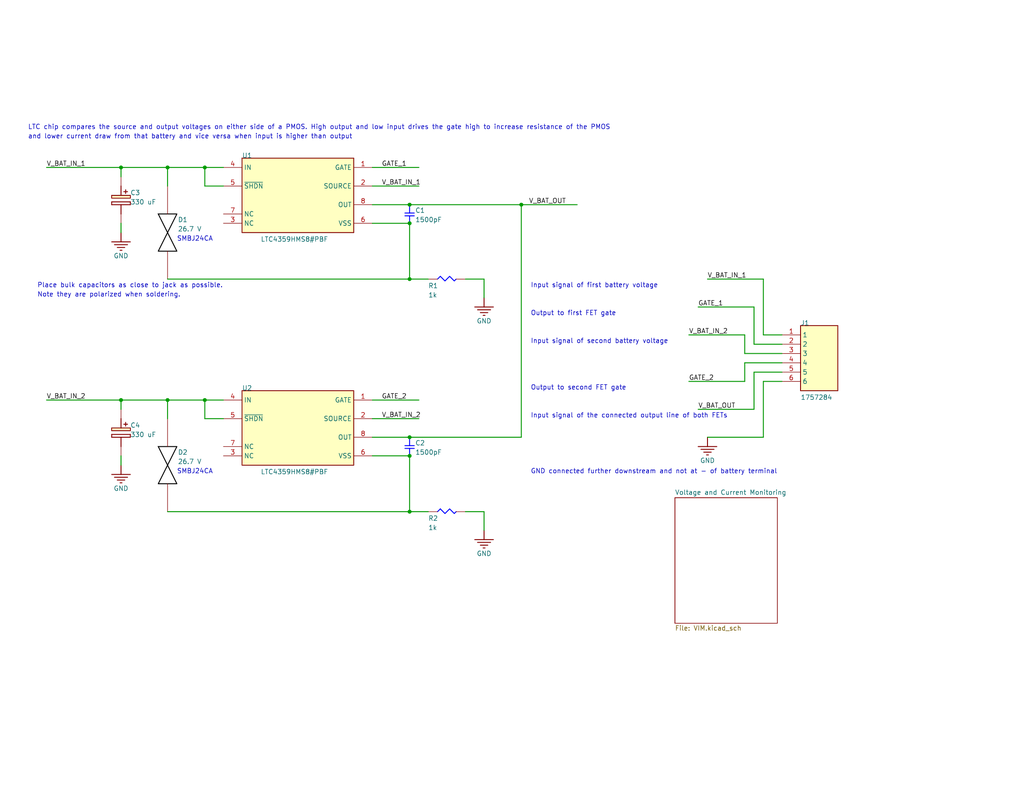
<source format=kicad_sch>
(kicad_sch (version 20230121) (generator eeschema)
  (paper "A")
  (lib_symbols
    (symbol "Load Ballancing Circuit-altium-import:GND" (power)
      (property "Reference" "#PWR" (at 0 0 0))
      (property "Value" "GND" (at 0 6.35 0))
      (symbol "GND_0_0"
        (polyline (pts (xy -2.54 -2.54) (xy 2.54 -2.54)) (stroke (width 0.254)))
        (polyline (pts (xy -1.778 -3.302) (xy 1.778 -3.302)) (stroke (width 0.254)))
        (polyline (pts (xy -1.016 -4.064) (xy 1.016 -4.064)) (stroke (width 0.254)))
        (polyline (pts (xy -0.254 -4.826) (xy 0.254 -4.826)) (stroke (width 0.254)))
        (polyline (pts (xy 0 0) (xy 0 -2.54)) (stroke (width 0.254)))
        (pin power_in line (at 0 0 0) (length 0) hide (name "GND") (number ""))
      )
    )
    (symbol "Load Ballancing Circuit-altium-import:root_0_1757284"
      (symbol "root_0_1757284_1_0"
        (rectangle (start 15.24 2.54) (end 5.08 -15.24) (stroke (width 0.254)) (fill (type background)))
        (pin output line (at 0 0 0) (length 5.08) (name "1") (number "1"))
        (pin input line (at 0 -2.54 0) (length 5.08) (name "2") (number "2"))
        (pin output line (at 0 -5.08 0) (length 5.08) (name "3") (number "3"))
        (pin input line (at 0 -7.62 0) (length 5.08) (name "4") (number "4"))
        (pin output line (at 0 -10.16 0) (length 5.08) (name "5") (number "5"))
        (pin passive line (at 0 -12.7 0) (length 5.08) (name "6") (number "6"))
      )
    )
    (symbol "Load Ballancing Circuit-altium-import:root_0_ERJ-P06F1001V"
      (symbol "root_0_ERJ-P06F1001V_1_0"
        (polyline (pts (xy -1.778 0.762) (xy -2.54 0)) (stroke (width 0.254) (color 0 0 255 1)))
        (polyline (pts (xy -1.778 0.762) (xy -0.508 -0.508) (xy 0.762 0.762) (xy 2.032 -0.508) (xy 2.54 0)) (stroke (width 0.254) (color 0 0 255 1)))
        (pin passive line (at -5.08 0 0) (length 2.54) (name "1") (number "1"))
        (pin passive line (at 5.08 0 180) (length 2.54) (name "2") (number "2"))
      )
    )
    (symbol "Load Ballancing Circuit-altium-import:root_0_GRM216R71H152KA01D"
      (symbol "root_0_GRM216R71H152KA01D_1_0"
        (polyline (pts (xy -1.27 -0.508) (xy 1.27 -0.508)) (stroke (width 0.254) (color 0 0 255 1)))
        (polyline (pts (xy -1.27 0.254) (xy 1.27 0.254)) (stroke (width 0.254) (color 0 0 255 1)))
        (polyline (pts (xy 0 -2.54) (xy 0 -0.508)) (stroke (width 0.254) (color 0 0 255 1)))
        (polyline (pts (xy 0 0.254) (xy 0 2.54)) (stroke (width 0.254) (color 0 0 255 1)))
        (pin passive line (at 0 2.54 270) (length 0) (name "1") (number "1"))
        (pin passive line (at 0 -2.54 90) (length 0) (name "2") (number "2"))
      )
    )
    (symbol "Load Ballancing Circuit-altium-import:root_0_Zenor Diode"
      (symbol "root_0_Zenor Diode_1_0"
        (polyline (pts (xy -2.54 5.08) (xy 2.54 5.08) (xy -2.54 -5.08) (xy 2.54 -5.08) (xy -2.54 5.08)) (stroke (width 0.254) (color 0 0 0 1)))
        (pin passive line (at 0 12.7 270) (length 7.62) (name "") (number "A"))
        (pin passive line (at 0 -12.7 90) (length 7.62) (name "2") (number "K"))
      )
    )
    (symbol "Load Ballancing Circuit-altium-import:root_0_b6f4610ee04688594f34450a8531c40"
      (symbol "root_0_b6f4610ee04688594f34450a8531c40_1_0"
        (rectangle (start 35.56 2.54) (end 5.08 -17.78) (stroke (width 0.254)) (fill (type background)))
        (pin output line (at 40.64 0 180) (length 5.08) (name "GATE") (number "1"))
        (pin passive line (at 40.64 -5.08 180) (length 5.08) (name "SOURCE") (number "2"))
        (pin passive line (at 0 -15.24 0) (length 5.08) (name "NC") (number "3"))
        (pin input line (at 0 0 0) (length 5.08) (name "IN") (number "4"))
        (pin input line (at 0 -5.08 0) (length 5.08) (name "~{SHDN}") (number "5"))
        (pin power_in line (at 40.64 -15.24 180) (length 5.08) (name "VSS") (number "6"))
        (pin passive line (at 0 -12.7 0) (length 5.08) (name "NC") (number "7"))
        (pin input line (at 40.64 -10.16 180) (length 5.08) (name "OUT") (number "8"))
      )
    )
    (symbol "Load Ballancing Circuit-altium-import:root_3_EEU-FM1V331LB"
      (symbol "root_3_EEU-FM1V331LB_1_0"
        (polyline (pts (xy -2.54 -7.62) (xy -2.54 -6.858)) (stroke (width 0.254)))
        (polyline (pts (xy -2.54 -6.858) (xy 2.54 -6.858)) (stroke (width 0.254)))
        (polyline (pts (xy 0 -7.62) (xy 0 -10.16)) (stroke (width 0.254)))
        (polyline (pts (xy 0 -2.54) (xy 0 -5.08)) (stroke (width 0.254)))
        (polyline (pts (xy 1.27 -4.572) (xy 1.27 -3.556)) (stroke (width 0.254)))
        (polyline (pts (xy 1.778 -4.064) (xy 0.762 -4.064)) (stroke (width 0.254)))
        (polyline (pts (xy 2.54 -7.62) (xy -2.54 -7.62)) (stroke (width 0.254)))
        (polyline (pts (xy 2.54 -6.858) (xy 2.54 -7.62)) (stroke (width 0.254)))
        (rectangle (start 2.54 -5.08) (end -2.54 -5.842) (stroke (width 0.254)) (fill (type background)))
        (pin passive line (at 0 0 270) (length 2.54) (name "+") (number "1"))
        (pin passive line (at 0 -12.7 90) (length 2.54) (name "-") (number "2"))
      )
    )
  )
  (junction (at 142.24 55.88))
  (junction (at 45.72 109.22))
  (junction (at 33.02 45.72))
  (junction (at 33.02 109.22))
  (junction (at 111.76 60.96))
  (junction (at 111.76 124.46))
  (junction (at 111.76 119.38))
  (junction (at 111.76 139.7))
  (junction (at 111.76 76.2))
  (junction (at 55.88 45.72))
  (junction (at 111.76 55.88))
  (junction (at 45.72 45.72))
  (junction (at 55.88 109.22))
  (wire (pts (xy 111.76 139.7) (xy 111.76 124.46)) (stroke (width 0.254)))
  (wire (pts (xy 203.2 99.06) (xy 213.36 99.06)) (stroke (width 0.254)))
  (wire (pts (xy 205.74 93.98) (xy 205.74 83.82)) (stroke (width 0.254)))
  (wire (pts (xy 187.96 104.14) (xy 203.2 104.14)) (stroke (width 0.254)))
  (wire (pts (xy 205.74 101.6) (xy 213.36 101.6)) (stroke (width 0.254)))
  (wire (pts (xy 45.72 114.3) (xy 45.72 109.22)) (stroke (width 0.254)))
  (wire (pts (xy 111.76 55.88) (xy 101.6 55.88)) (stroke (width 0.254)))
  (wire (pts (xy 203.2 91.44) (xy 187.96 91.44)) (stroke (width 0.254)))
  (wire (pts (xy 33.02 109.22) (xy 45.72 109.22)) (stroke (width 0.254)))
  (wire (pts (xy 101.6 119.38) (xy 111.76 119.38)) (stroke (width 0.254)))
  (wire (pts (xy 205.74 111.76) (xy 205.74 101.6)) (stroke (width 0.254)))
  (wire (pts (xy 203.2 96.52) (xy 203.2 91.44)) (stroke (width 0.254)))
  (wire (pts (xy 213.36 104.14) (xy 208.28 104.14)) (stroke (width 0.254)))
  (wire (pts (xy 132.08 76.2) (xy 132.08 81.28)) (stroke (width 0.254)))
  (wire (pts (xy 45.72 50.8) (xy 45.72 45.72)) (stroke (width 0.254)))
  (wire (pts (xy 33.02 45.72) (xy 45.72 45.72)) (stroke (width 0.254)))
  (wire (pts (xy 55.88 45.72) (xy 60.96 45.72)) (stroke (width 0.254)))
  (wire (pts (xy 12.7 45.72) (xy 33.02 45.72)) (stroke (width 0.254)))
  (wire (pts (xy 45.72 76.2) (xy 111.76 76.2)) (stroke (width 0.254)))
  (wire (pts (xy 190.5 111.76) (xy 205.74 111.76)) (stroke (width 0.254)))
  (wire (pts (xy 111.76 76.2) (xy 116.84 76.2)) (stroke (width 0.254)))
  (wire (pts (xy 111.76 124.46) (xy 101.6 124.46)) (stroke (width 0.254)))
  (wire (pts (xy 55.88 50.8) (xy 60.96 50.8)) (stroke (width 0.254)))
  (wire (pts (xy 142.24 119.38) (xy 142.24 55.88)) (stroke (width 0.254)))
  (wire (pts (xy 12.7 109.22) (xy 33.02 109.22)) (stroke (width 0.254)))
  (wire (pts (xy 45.72 139.7) (xy 111.76 139.7)) (stroke (width 0.254)))
  (wire (pts (xy 213.36 93.98) (xy 205.74 93.98)) (stroke (width 0.254)))
  (wire (pts (xy 111.76 76.2) (xy 111.76 60.96)) (stroke (width 0.254)))
  (wire (pts (xy 55.88 109.22) (xy 55.88 114.3)) (stroke (width 0.254)))
  (wire (pts (xy 208.28 104.14) (xy 208.28 119.38)) (stroke (width 0.254)))
  (wire (pts (xy 142.24 55.88) (xy 111.76 55.88)) (stroke (width 0.254)))
  (wire (pts (xy 208.28 91.44) (xy 208.28 76.2)) (stroke (width 0.254)))
  (wire (pts (xy 33.02 124.46) (xy 33.02 127)) (stroke (width 0.254)))
  (wire (pts (xy 33.02 60.96) (xy 33.02 63.5)) (stroke (width 0.254)))
  (wire (pts (xy 127 139.7) (xy 132.08 139.7)) (stroke (width 0.254)))
  (wire (pts (xy 111.76 139.7) (xy 116.84 139.7)) (stroke (width 0.254)))
  (wire (pts (xy 213.36 96.52) (xy 203.2 96.52)) (stroke (width 0.254)))
  (wire (pts (xy 203.2 104.14) (xy 203.2 99.06)) (stroke (width 0.254)))
  (wire (pts (xy 101.6 114.3) (xy 114.3 114.3)) (stroke (width 0.254)))
  (wire (pts (xy 127 76.2) (xy 132.08 76.2)) (stroke (width 0.254)))
  (wire (pts (xy 45.72 109.22) (xy 55.88 109.22)) (stroke (width 0.254)))
  (wire (pts (xy 111.76 119.38) (xy 142.24 119.38)) (stroke (width 0.254)))
  (wire (pts (xy 208.28 119.38) (xy 193.04 119.38)) (stroke (width 0.254)))
  (wire (pts (xy 111.76 60.96) (xy 101.6 60.96)) (stroke (width 0.254)))
  (wire (pts (xy 33.02 48.26) (xy 33.02 45.72)) (stroke (width 0.254)))
  (wire (pts (xy 213.36 91.44) (xy 208.28 91.44)) (stroke (width 0.254)))
  (wire (pts (xy 132.08 139.7) (xy 132.08 144.78)) (stroke (width 0.254)))
  (wire (pts (xy 157.48 55.88) (xy 142.24 55.88)) (stroke (width 0.254)))
  (wire (pts (xy 208.28 76.2) (xy 193.04 76.2)) (stroke (width 0.254)))
  (wire (pts (xy 55.88 109.22) (xy 60.96 109.22)) (stroke (width 0.254)))
  (wire (pts (xy 101.6 109.22) (xy 114.3 109.22)) (stroke (width 0.254)))
  (wire (pts (xy 33.02 111.76) (xy 33.02 109.22)) (stroke (width 0.254)))
  (wire (pts (xy 55.88 45.72) (xy 55.88 50.8)) (stroke (width 0.254)))
  (wire (pts (xy 101.6 50.8) (xy 114.3 50.8)) (stroke (width 0.254)))
  (wire (pts (xy 45.72 45.72) (xy 55.88 45.72)) (stroke (width 0.254)))
  (wire (pts (xy 55.88 114.3) (xy 60.96 114.3)) (stroke (width 0.254)))
  (wire (pts (xy 101.6 45.72) (xy 114.3 45.72)) (stroke (width 0.254)))
  (wire (pts (xy 205.74 83.82) (xy 190.5 83.82)) (stroke (width 0.254)))
  (text "LTC chip compares the source and output voltages on either side of a PMOS. High output and low input drives the gate high to increase resistance of the PMOS" (at 7.62 35.56 0) (effects (font (size 1.27 1.27)) (justify left bottom)))
  (text "Output to second FET gate" (at 144.78 106.68 0) (effects (font (size 1.27 1.27)) (justify left bottom)))
  (text "GND connected further downstream and not at - of battery terminal" (at 144.78 129.54 0) (effects (font (size 1.27 1.27)) (justify left bottom)))
  (text "Input signal of first battery voltage" (at 144.78 78.74 0) (effects (font (size 1.27 1.27)) (justify left bottom)))
  (text "Output to first FET gate" (at 144.78 86.36 0) (effects (font (size 1.27 1.27)) (justify left bottom)))
  (text "Note they are polarized when soldering." (at 10.16 81.28 0) (effects (font (size 1.27 1.27)) (justify left bottom)))
  (text "and lower current draw from that battery and vice versa when input is higher than output" (at 7.62 38.1 0) (effects (font (size 1.27 1.27)) (justify left bottom)))
  (text "Input signal of second battery voltage" (at 144.78 93.98 0) (effects (font (size 1.27 1.27)) (justify left bottom)))
  (text "Input signal of the connected output line of both FETs" (at 144.78 114.3 0) (effects (font (size 1.27 1.27)) (justify left bottom)))
  (text "SMBJ24CA" (at 48.26 129.54 0) (effects (font (size 1.27 1.27)) (justify left bottom)))
  (text "Place bulk capacitors as close to jack as possible." (at 10.16 78.74 0) (effects (font (size 1.27 1.27)) (justify left bottom)))
  (text "SMBJ24CA" (at 48.26 66.04 0) (effects (font (size 1.27 1.27)) (justify left bottom)))
  (label "V_BAT_IN_1" (at 12.7 45.72 0))
  (label "V_BAT_IN_1" (at 104.14 50.8 0))
  (label "GATE_2" (at 104.14 109.22 0))
  (label "V_BAT_IN_2" (at 12.7 109.22 0))
  (label "GATE_1" (at 190.5 83.82 0))
  (label "GATE_1" (at 104.14 45.72 0))
  (label "V_BAT_OUT" (at 190.5 111.76 0))
  (label "V_BAT_IN_2" (at 187.96 91.44 0))
  (label "V_BAT_IN_2" (at 104.14 114.3 0))
  (label "V_BAT_OUT" (at 144.286 55.88 0))
  (label "GATE_2" (at 187.96 104.14 0))
  (label "V_BAT_IN_1" (at 193.04 76.2 0))
  (symbol (lib_id "Load Ballancing Circuit-altium-import:root_0_1757284") (at 213.36 91.44 0) (unit 1)
    (property "Reference" "J1" (at 218.44 88.9 0) (effects (justify left bottom)))
    (property "Value" "1757284" (at 218.44 109.22 0) (effects (justify left bottom)))
    (property "Footprint" "AltiumImport:SHDRRA6W100P0X508_1X6_3240X1200X860P" (effects hide))
    (property "Part Number" "1757284" (effects hide))
  )
  (symbol (lib_id "Load Ballancing Circuit-altium-import:root_0_b6f4610ee04688594f34450a8531c40") (at 60.96 45.72 0) (unit 1)
    (property "Reference" "U1" (at 66.04 43.18 0) (effects (justify left bottom)))
    (property "Value" "LTC4359HMS8#PBF" (at 71.12 66.04 0) (effects (justify left bottom)))
    (property "Footprint" "AltiumImport:FP-MS8-8-05-08-1660-IPC_A" (effects hide))
    (property "Part Number" "LTC4359HMS8#PBF" (effects hide))
  )
  (symbol (lib_id "Load Ballancing Circuit-altium-import:root_3_EEU-FM1V331LB") (at 33.02 48.26 0) (unit 1)
    (property "Reference" "C3" (at 35.56 53.34 0) (effects (justify left bottom)))
    (property "Value" "330 uF" (at 35.56 55.88 0) (effects (justify left bottom)))
    (property "Footprint" "AltiumImport:CAPPRD350W65D800H2200" (effects hide))
    (property "Part Number" "EEU-FM1V331LB" (effects hide))
  )
  (symbol (lib_id "Load Ballancing Circuit-altium-import:GND") (at 132.08 81.28 0) (unit 1)
    (property "Reference" "#PWR0104" (effects hide))
    (property "Value" "GND" (at 132.08 87.63 0))
  )
  (symbol (lib_id "Load Ballancing Circuit-altium-import:root_0_GRM216R71H152KA01D") (at 111.76 121.92 0) (unit 1)
    (property "Reference" "C2" (at 113.284 121.666 0) (effects (justify left bottom)))
    (property "Value" "1500pF" (at 113.284 124.206 0) (effects (justify left bottom)))
    (property "Footprint" "AltiumImport:SMD-0805C" (effects hide))
    (property "Part Number" "GRM216R71H152KA01D" (effects hide))
  )
  (symbol (lib_id "Load Ballancing Circuit-altium-import:root_0_GRM216R71H152KA01D") (at 111.76 58.42 0) (unit 1)
    (property "Reference" "C1" (at 113.284 58.166 0) (effects (justify left bottom)))
    (property "Value" "1500pF" (at 113.284 60.706 0) (effects (justify left bottom)))
    (property "Footprint" "AltiumImport:SMD-0805C" (effects hide))
    (property "Part Number" "GRM216R71H152KA01D" (effects hide))
  )
  (symbol (lib_id "Load Ballancing Circuit-altium-import:GND") (at 132.08 144.78 0) (unit 1)
    (property "Reference" "#PWR0105" (effects hide))
    (property "Value" "GND" (at 132.08 151.13 0))
  )
  (symbol (lib_id "Load Ballancing Circuit-altium-import:root_0_ERJ-P06F1001V") (at 121.92 139.7 0) (unit 1)
    (property "Reference" "R2" (at 116.84 142.24 0) (effects (justify left bottom)))
    (property "Value" "1k" (at 116.84 144.78 0) (effects (justify left bottom)))
    (property "Footprint" "AltiumImport:SMD-0805-RES" (effects hide))
    (property "Part Number" "ERJ-P06F1001V" (effects hide))
  )
  (symbol (lib_id "Load Ballancing Circuit-altium-import:GND") (at 33.02 63.5 0) (unit 1)
    (property "Reference" "#PWR0103" (effects hide))
    (property "Value" "GND" (at 33.02 69.85 0))
  )
  (symbol (lib_id "Load Ballancing Circuit-altium-import:root_0_Zenor Diode") (at 45.72 63.5 0) (unit 1)
    (property "Reference" "D1" (at 48.514 60.706 0) (effects (justify left bottom)))
    (property "Value" "26.7 V" (at 48.514 63.246 0) (effects (justify left bottom)))
    (property "Footprint" "AltiumImport:Zenor Diode - duplicate" (effects hide))
    (property "Part Number" "SMBJ24CA" (effects hide))
  )
  (symbol (lib_id "Load Ballancing Circuit-altium-import:GND") (at 193.04 119.38 0) (unit 1)
    (property "Reference" "#PWR0101" (effects hide))
    (property "Value" "GND" (at 193.04 125.73 0))
  )
  (symbol (lib_id "Load Ballancing Circuit-altium-import:root_3_EEU-FM1V331LB") (at 33.02 111.76 0) (unit 1)
    (property "Reference" "C4" (at 35.56 116.84 0) (effects (justify left bottom)))
    (property "Value" "330 uF" (at 35.56 119.38 0) (effects (justify left bottom)))
    (property "Footprint" "AltiumImport:CAPPRD350W65D800H2200" (effects hide))
    (property "Part Number" "EEU-FM1V331LB" (effects hide))
  )
  (symbol (lib_id "Load Ballancing Circuit-altium-import:root_0_Zenor Diode") (at 45.72 127 0) (unit 1)
    (property "Reference" "D2" (at 48.514 124.206 0) (effects (justify left bottom)))
    (property "Value" "26.7 V" (at 48.514 126.746 0) (effects (justify left bottom)))
    (property "Footprint" "AltiumImport:Zenor Diode - duplicate" (effects hide))
    (property "Part Number" "SMBJ24CA" (effects hide))
  )
  (symbol (lib_id "Load Ballancing Circuit-altium-import:root_0_b6f4610ee04688594f34450a8531c40") (at 60.96 109.22 0) (unit 1)
    (property "Reference" "U2" (at 66.04 106.68 0) (effects (justify left bottom)))
    (property "Value" "LTC4359HMS8#PBF" (at 71.12 129.54 0) (effects (justify left bottom)))
    (property "Footprint" "AltiumImport:FP-MS8-8-05-08-1660-IPC_A" (effects hide))
    (property "Part Number" "LTC4359HMS8#PBF" (effects hide))
  )
  (symbol (lib_id "Load Ballancing Circuit-altium-import:root_0_ERJ-P06F1001V") (at 121.92 76.2 0) (unit 1)
    (property "Reference" "R1" (at 116.84 78.74 0) (effects (justify left bottom)))
    (property "Value" "1k" (at 116.84 81.28 0) (effects (justify left bottom)))
    (property "Footprint" "AltiumImport:SMD-0805-RES" (effects hide))
    (property "Part Number" "ERJ-P06F1001V" (effects hide))
  )
  (symbol (lib_id "Load Ballancing Circuit-altium-import:GND") (at 33.02 127 0) (unit 1)
    (property "Reference" "#PWR0102" (effects hide))
    (property "Value" "GND" (at 33.02 133.35 0))
  )
  (sheet (at 184.15 135.89) (size 27.94 34.29) (stroke (width 0.1524))
    (property "Sheetname" "Voltage and Current Monitoring" (at 184.15 135.1784 0) (effects (justify left bottom)))
    (property "Sheetfile" "VIM.kicad_sch" (at 184.15 170.7646 0) (effects (justify left top)))
  )
)
</source>
